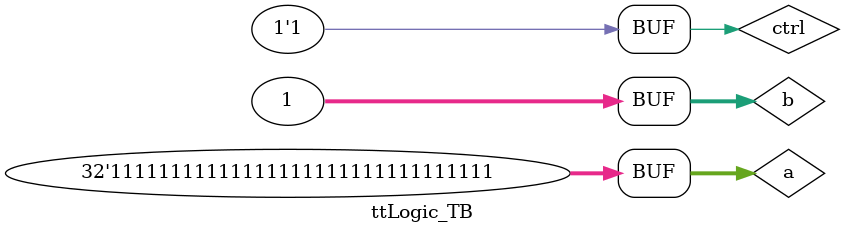
<source format=sv>
module ttLogic(a, b, sum, ctrl, cout);
	input logic [31:0] a, b;
	input logic ctrl;
	
	output logic [31:0] sum;
	output logic cout;
	// carry wires, we set the first carry in to the value of
	// the subtraction control bit. We need to add one to our result
	// if we are doing subtraction, see module comment.
	logic [32:0] cry;
	assign cry[0] = ctrl;
	// make a temporary b that contains either b or its negated version
	// used in addition vs. subtraction.
	logic [31:0] btemp;
	assign btemp = ctrl ? ~b : b;
	// Generate a ton of linked adders, with each carryout leading to the 
	// next carryin bit
	genvar i;
	generate 
		for (i = 0; i < 32; i++) begin : logi
			fullAdder adder(.A(a[i]), .B(btemp[i]), .cin(cry[i]), .sum(sum[i]), .cout(cry[i+1]));
		end
	endgenerate
	// assign the carryout bit.
	assign cout = cry[32];
endmodule

// this module does basic math to test functionality.
module ttLogic_TB();

logic [31:0] a, b;
logic ctrl, cout;
logic [31:0] sum;
	ttLogic dut (a, b, sum, ctrl, cout);

initial begin
	// test basic add/sub
	a = 0;
	b = 1;
	ctrl = 0;
	#10;
	ctrl = 1;
	#10;
	a = 15;
	b = 20;
	#10;
	ctrl = 0;
	#10;
	// test overflow 
	a = 32'b11111111111111111111111111111111;
	b = 1'b1;
	#10;
	ctrl = 1;
	#10;
end

endmodule
</source>
